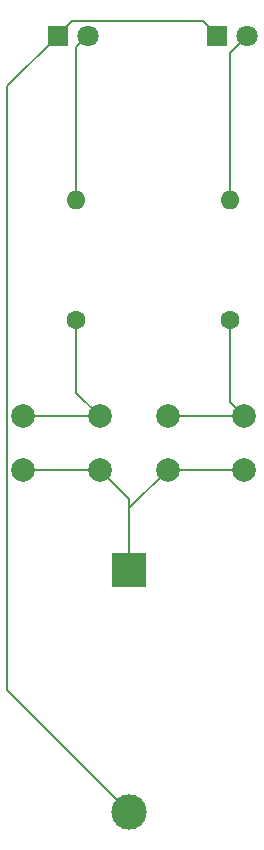
<source format=gbr>
%TF.GenerationSoftware,KiCad,Pcbnew,8.0.6*%
%TF.CreationDate,2024-12-20T12:02:48+02:00*%
%TF.ProjectId,lec10Ch6Ex5,6c656331-3043-4683-9645-78352e6b6963,rev?*%
%TF.SameCoordinates,Original*%
%TF.FileFunction,Copper,L1,Top*%
%TF.FilePolarity,Positive*%
%FSLAX46Y46*%
G04 Gerber Fmt 4.6, Leading zero omitted, Abs format (unit mm)*
G04 Created by KiCad (PCBNEW 8.0.6) date 2024-12-20 12:02:48*
%MOMM*%
%LPD*%
G01*
G04 APERTURE LIST*
%TA.AperFunction,ComponentPad*%
%ADD10C,1.600000*%
%TD*%
%TA.AperFunction,ComponentPad*%
%ADD11O,1.600000X1.600000*%
%TD*%
%TA.AperFunction,ComponentPad*%
%ADD12R,3.000000X3.000000*%
%TD*%
%TA.AperFunction,ComponentPad*%
%ADD13C,3.000000*%
%TD*%
%TA.AperFunction,ComponentPad*%
%ADD14R,1.800000X1.800000*%
%TD*%
%TA.AperFunction,ComponentPad*%
%ADD15C,1.800000*%
%TD*%
%TA.AperFunction,ComponentPad*%
%ADD16C,2.000000*%
%TD*%
%TA.AperFunction,Conductor*%
%ADD17C,0.200000*%
%TD*%
G04 APERTURE END LIST*
D10*
%TO.P,R1,1*%
%TO.N,Net-(R1-Pad1)*%
X168000000Y-100080000D03*
D11*
%TO.P,R1,2*%
%TO.N,Net-(D1-A)*%
X168000000Y-89920000D03*
%TD*%
D12*
%TO.P,BT1,1,+*%
%TO.N,VCC*%
X159500001Y-121250000D03*
D13*
%TO.P,BT1,2,-*%
%TO.N,GND*%
X159500001Y-141740000D03*
%TD*%
D14*
%TO.P,D1,1,K*%
%TO.N,GND*%
X166960000Y-76000000D03*
D15*
%TO.P,D1,2,A*%
%TO.N,Net-(D1-A)*%
X169500000Y-76000000D03*
%TD*%
D14*
%TO.P,D2,1,K*%
%TO.N,GND*%
X153460000Y-76000000D03*
D15*
%TO.P,D2,2,A*%
%TO.N,Net-(D2-A)*%
X156000000Y-76000000D03*
%TD*%
D10*
%TO.P,R2,1*%
%TO.N,Net-(R2-Pad1)*%
X155000000Y-100080000D03*
D11*
%TO.P,R2,2*%
%TO.N,Net-(D2-A)*%
X155000000Y-89920000D03*
%TD*%
D16*
%TO.P,SW1,1,1*%
%TO.N,VCC*%
X169250000Y-112750000D03*
X162750000Y-112750000D03*
%TO.P,SW1,2,2*%
%TO.N,Net-(R1-Pad1)*%
X169250000Y-108250000D03*
X162750000Y-108250000D03*
%TD*%
%TO.P,SW2,1,1*%
%TO.N,VCC*%
X157000000Y-112750000D03*
X150500000Y-112750000D03*
%TO.P,SW2,2,2*%
%TO.N,Net-(R2-Pad1)*%
X157000000Y-108250000D03*
X150500000Y-108250000D03*
%TD*%
D17*
%TO.N,GND*%
X149200000Y-131439999D02*
X149200000Y-80260000D01*
X153460000Y-76000000D02*
X154660000Y-74800000D01*
X154660000Y-74800000D02*
X165760000Y-74800000D01*
X165760000Y-74800000D02*
X166960000Y-76000000D01*
X159500001Y-141740000D02*
X149200000Y-131439999D01*
X149200000Y-80260000D02*
X153460000Y-76000000D01*
%TO.N,VCC*%
X159500001Y-121250000D02*
X159500001Y-115250001D01*
X159500001Y-121250000D02*
X159500001Y-115999999D01*
X159500001Y-115999999D02*
X162750000Y-112750000D01*
X159500001Y-115250001D02*
X157000000Y-112750000D01*
X169250000Y-112750000D02*
X162750000Y-112750000D01*
X150500000Y-112750000D02*
X157000000Y-112750000D01*
%TO.N,Net-(D1-A)*%
X168000000Y-77500000D02*
X169500000Y-76000000D01*
X168000000Y-89920000D02*
X168000000Y-77500000D01*
%TO.N,Net-(D2-A)*%
X155000000Y-77000000D02*
X156000000Y-76000000D01*
X155000000Y-89920000D02*
X155000000Y-77000000D01*
%TO.N,Net-(R1-Pad1)*%
X168000000Y-107000000D02*
X169250000Y-108250000D01*
X168000000Y-100080000D02*
X168000000Y-107000000D01*
X162750000Y-108250000D02*
X169250000Y-108250000D01*
%TO.N,Net-(R2-Pad1)*%
X155000000Y-106250000D02*
X157000000Y-108250000D01*
X150500000Y-108250000D02*
X157000000Y-108250000D01*
X155000000Y-100080000D02*
X155000000Y-106250000D01*
%TD*%
M02*

</source>
